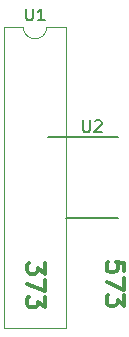
<source format=gbr>
G04 #@! TF.GenerationSoftware,KiCad,Pcbnew,(5.1.5)-3*
G04 #@! TF.CreationDate,2020-06-23T21:54:51-04:00*
G04 #@! TF.ProjectId,dip20tssop573-373,64697032-3074-4737-936f-703537332d33,rev?*
G04 #@! TF.SameCoordinates,Original*
G04 #@! TF.FileFunction,Legend,Top*
G04 #@! TF.FilePolarity,Positive*
%FSLAX46Y46*%
G04 Gerber Fmt 4.6, Leading zero omitted, Abs format (unit mm)*
G04 Created by KiCad (PCBNEW (5.1.5)-3) date 2020-06-23 21:54:51*
%MOMM*%
%LPD*%
G04 APERTURE LIST*
%ADD10C,0.300000*%
%ADD11C,0.120000*%
%ADD12C,0.150000*%
G04 APERTURE END LIST*
D10*
X111311428Y-89765428D02*
X111311428Y-90694000D01*
X110740000Y-90194000D01*
X110740000Y-90408285D01*
X110668571Y-90551142D01*
X110597142Y-90622571D01*
X110454285Y-90694000D01*
X110097142Y-90694000D01*
X109954285Y-90622571D01*
X109882857Y-90551142D01*
X109811428Y-90408285D01*
X109811428Y-89979714D01*
X109882857Y-89836857D01*
X109954285Y-89765428D01*
X111311428Y-91194000D02*
X111311428Y-92194000D01*
X109811428Y-91551142D01*
X111311428Y-92622571D02*
X111311428Y-93551142D01*
X110740000Y-93051142D01*
X110740000Y-93265428D01*
X110668571Y-93408285D01*
X110597142Y-93479714D01*
X110454285Y-93551142D01*
X110097142Y-93551142D01*
X109954285Y-93479714D01*
X109882857Y-93408285D01*
X109811428Y-93265428D01*
X109811428Y-92836857D01*
X109882857Y-92694000D01*
X109954285Y-92622571D01*
X118042428Y-90495571D02*
X118042428Y-89781285D01*
X117328142Y-89709857D01*
X117399571Y-89781285D01*
X117471000Y-89924142D01*
X117471000Y-90281285D01*
X117399571Y-90424142D01*
X117328142Y-90495571D01*
X117185285Y-90567000D01*
X116828142Y-90567000D01*
X116685285Y-90495571D01*
X116613857Y-90424142D01*
X116542428Y-90281285D01*
X116542428Y-89924142D01*
X116613857Y-89781285D01*
X116685285Y-89709857D01*
X118042428Y-91067000D02*
X118042428Y-92067000D01*
X116542428Y-91424142D01*
X118042428Y-92495571D02*
X118042428Y-93424142D01*
X117471000Y-92924142D01*
X117471000Y-93138428D01*
X117399571Y-93281285D01*
X117328142Y-93352714D01*
X117185285Y-93424142D01*
X116828142Y-93424142D01*
X116685285Y-93352714D01*
X116613857Y-93281285D01*
X116542428Y-93138428D01*
X116542428Y-92709857D01*
X116613857Y-92567000D01*
X116685285Y-92495571D01*
D11*
X111490000Y-69790000D02*
G75*
G02X109490000Y-69790000I-1000000J0D01*
G01*
X109490000Y-69790000D02*
X107840000Y-69790000D01*
X107840000Y-69790000D02*
X107840000Y-95310000D01*
X107840000Y-95310000D02*
X113140000Y-95310000D01*
X113140000Y-95310000D02*
X113140000Y-69790000D01*
X113140000Y-69790000D02*
X111490000Y-69790000D01*
D12*
X113091000Y-86000000D02*
X117541000Y-86000000D01*
X111566000Y-79100000D02*
X117541000Y-79100000D01*
X109728095Y-68242380D02*
X109728095Y-69051904D01*
X109775714Y-69147142D01*
X109823333Y-69194761D01*
X109918571Y-69242380D01*
X110109047Y-69242380D01*
X110204285Y-69194761D01*
X110251904Y-69147142D01*
X110299523Y-69051904D01*
X110299523Y-68242380D01*
X111299523Y-69242380D02*
X110728095Y-69242380D01*
X111013809Y-69242380D02*
X111013809Y-68242380D01*
X110918571Y-68385238D01*
X110823333Y-68480476D01*
X110728095Y-68528095D01*
X114554095Y-77702380D02*
X114554095Y-78511904D01*
X114601714Y-78607142D01*
X114649333Y-78654761D01*
X114744571Y-78702380D01*
X114935047Y-78702380D01*
X115030285Y-78654761D01*
X115077904Y-78607142D01*
X115125523Y-78511904D01*
X115125523Y-77702380D01*
X115554095Y-77797619D02*
X115601714Y-77750000D01*
X115696952Y-77702380D01*
X115935047Y-77702380D01*
X116030285Y-77750000D01*
X116077904Y-77797619D01*
X116125523Y-77892857D01*
X116125523Y-77988095D01*
X116077904Y-78130952D01*
X115506476Y-78702380D01*
X116125523Y-78702380D01*
M02*

</source>
